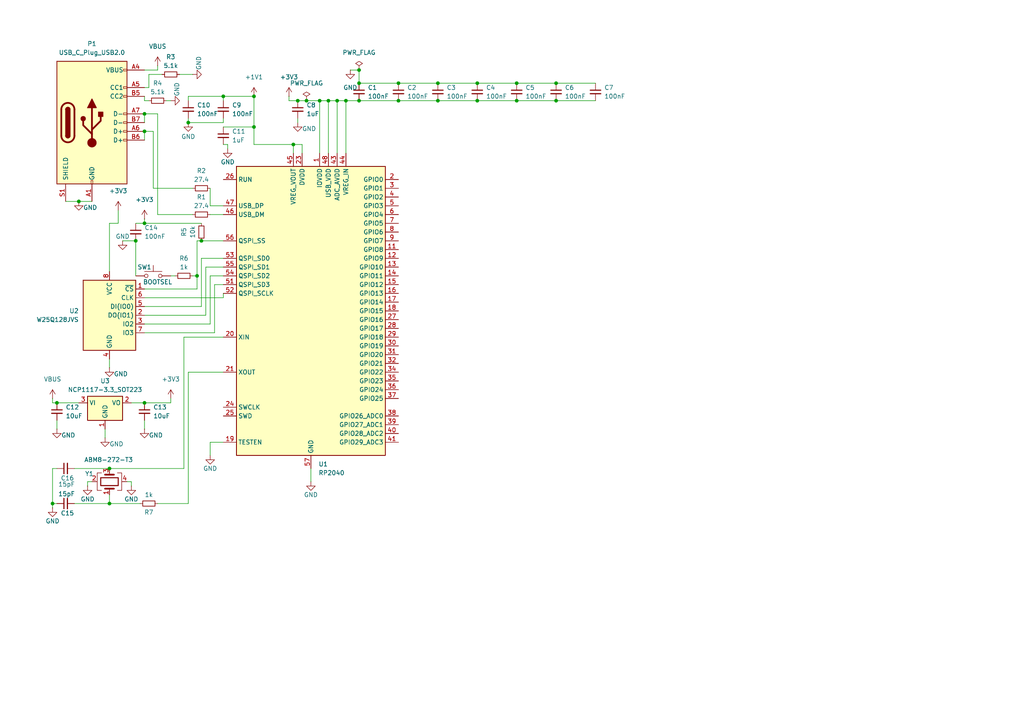
<source format=kicad_sch>
(kicad_sch (version 20231120) (generator "eeschema") (generator_version "8.0")
  (paper "A4")
  (lib_symbols
    (symbol "Connector:USB_C_Receptacle_USB2.0_14P" (pin_names (offset 1.016))
      (property "Reference" "J" (at 0 22.225 0))
      (property "Value" "USB_C_Receptacle_USB2.0_14P" (at 0 19.685 0))
      (symbol "USB_C_Receptacle_USB2.0_14P_0_0"
        (rectangle (start -0.254 -17.78) (end 0.254 -16.764))
        (rectangle (start 10.16 -4.826) (end 9.144 -5.334))
        (rectangle (start 10.16 -2.286) (end 9.144 -2.794))
        (rectangle (start 10.16 0.254) (end 9.144 -0.254))
        (rectangle (start 10.16 2.794) (end 9.144 2.286))
        (rectangle (start 10.16 7.874) (end 9.144 7.366))
        (rectangle (start 10.16 10.414) (end 9.144 9.906))
        (rectangle (start 10.16 15.494) (end 9.144 14.986))
      )
      (symbol "USB_C_Receptacle_USB2.0_14P_0_1"
        (rectangle (start -10.16 17.78) (end 10.16 -17.78) (stroke (width 0.254)) (fill (type background)))
        (arc (start -8.89 -3.81) (mid -6.985 -5.7067) (end -5.08 -3.81) (stroke (width 0.508)))
        (arc (start -7.62 -3.81) (mid -6.985 -4.4423) (end -6.35 -3.81) (stroke (width 0.254)))
        (arc (start -7.62 -3.81) (mid -6.985 -4.4423) (end -6.35 -3.81) (stroke (width 0.254)) (fill (type outline)))
        (rectangle (start -7.62 -3.81) (end -6.35 3.81) (stroke (width 0.254)) (fill (type outline)))
        (arc (start -6.35 3.81) (mid -6.985 4.4423) (end -7.62 3.81) (stroke (width 0.254)))
        (arc (start -6.35 3.81) (mid -6.985 4.4423) (end -7.62 3.81) (stroke (width 0.254)) (fill (type outline)))
        (arc (start -5.08 3.81) (mid -6.985 5.7067) (end -8.89 3.81) (stroke (width 0.508)))
        (circle (center -2.54 1.143) (radius 0.635) (stroke (width 0.254)) (fill (type outline)))
        (circle (center 0 -5.842) (radius 1.27) (fill (type outline)))
        (polyline (pts (xy -8.89 -3.81) (xy -8.89 3.81)) (stroke (width 0.508)))
        (polyline (pts (xy -5.08 3.81) (xy -5.08 -3.81)) (stroke (width 0.508)))
        (polyline (pts (xy 0 -5.842) (xy 0 4.318)) (stroke (width 0.508)))
        (polyline (pts (xy 0 -3.302) (xy -2.54 -0.762) (xy -2.54 0.508)) (stroke (width 0.508)))
        (polyline (pts (xy 0 -2.032) (xy 2.54 0.508) (xy 2.54 1.778)) (stroke (width 0.508)))
        (polyline (pts (xy -1.27 4.318) (xy 0 6.858) (xy 1.27 4.318) (xy -1.27 4.318)) (stroke (width 0.254)) (fill (type outline)))
        (rectangle (start 1.905 1.778) (end 3.175 3.048) (stroke (width 0.254)) (fill (type outline)))
      )
      (symbol "USB_C_Receptacle_USB2.0_14P_1_1"
        (pin passive line (at 0 -22.86 90) (length 5.08) (name "GND") (number "A1"))
        (pin passive line (at 0 -22.86 90) (length 5.08) hide (name "GND") (number "A12"))
        (pin passive line (at 15.24 15.24 180) (length 5.08) (name "VBUS") (number "A4"))
        (pin bidirectional line (at 15.24 10.16 180) (length 5.08) (name "CC1") (number "A5"))
        (pin bidirectional line (at 15.24 -2.54 180) (length 5.08) (name "D+") (number "A6"))
        (pin bidirectional line (at 15.24 2.54 180) (length 5.08) (name "D-") (number "A7"))
        (pin passive line (at 15.24 15.24 180) (length 5.08) hide (name "VBUS") (number "A9"))
        (pin passive line (at 0 -22.86 90) (length 5.08) hide (name "GND") (number "B1"))
        (pin passive line (at 0 -22.86 90) (length 5.08) hide (name "GND") (number "B12"))
        (pin passive line (at 15.24 15.24 180) (length 5.08) hide (name "VBUS") (number "B4"))
        (pin bidirectional line (at 15.24 7.62 180) (length 5.08) (name "CC2") (number "B5"))
        (pin bidirectional line (at 15.24 -5.08 180) (length 5.08) (name "D+") (number "B6"))
        (pin bidirectional line (at 15.24 0 180) (length 5.08) (name "D-") (number "B7"))
        (pin passive line (at 15.24 15.24 180) (length 5.08) hide (name "VBUS") (number "B9"))
        (pin passive line (at -7.62 -22.86 90) (length 5.08) (name "SHIELD") (number "S1"))
      )
    )
    (symbol "Device:C_Small" (pin_numbers hide) (pin_names (offset 0.254) hide)
      (property "Reference" "C" (at 0.254 1.778 0))
      (property "Value" "C_Small" (at 0.254 -2.032 0))
      (symbol "C_Small_0_1"
        (polyline (pts (xy -1.524 -0.508) (xy 1.524 -0.508)) (stroke (width 0.3302)))
        (polyline (pts (xy -1.524 0.508) (xy 1.524 0.508)) (stroke (width 0.3048)))
      )
      (symbol "C_Small_1_1"
        (pin passive line (at 0 2.54 270) (length 2.032) (name "~") (number "1"))
        (pin passive line (at 0 -2.54 90) (length 2.032) (name "~") (number "2"))
      )
    )
    (symbol "Device:Crystal_GND24" (pin_names (offset 1.016) hide)
      (property "Reference" "Y" (at 3.175 5.08 0))
      (property "Value" "Crystal_GND24" (at 3.175 3.175 0))
      (symbol "Crystal_GND24_0_1"
        (rectangle (start -1.143 2.54) (end 1.143 -2.54) (stroke (width 0.3048)))
        (polyline (pts (xy -2.54 0) (xy -2.032 0)))
        (polyline (pts (xy -2.032 -1.27) (xy -2.032 1.27)) (stroke (width 0.508)))
        (polyline (pts (xy 0 -3.81) (xy 0 -3.556)))
        (polyline (pts (xy 0 3.556) (xy 0 3.81)))
        (polyline (pts (xy 2.032 -1.27) (xy 2.032 1.27)) (stroke (width 0.508)))
        (polyline (pts (xy 2.032 0) (xy 2.54 0)))
        (polyline (pts (xy -2.54 -2.286) (xy -2.54 -3.556) (xy 2.54 -3.556) (xy 2.54 -2.286)))
        (polyline (pts (xy -2.54 2.286) (xy -2.54 3.556) (xy 2.54 3.556) (xy 2.54 2.286)))
      )
      (symbol "Crystal_GND24_1_1"
        (pin passive line (at -3.81 0 0) (length 1.27) (name "1") (number "1"))
        (pin passive line (at 0 5.08 270) (length 1.27) (name "2") (number "2"))
        (pin passive line (at 3.81 0 180) (length 1.27) (name "3") (number "3"))
        (pin passive line (at 0 -5.08 90) (length 1.27) (name "4") (number "4"))
      )
    )
    (symbol "Device:R_Small" (pin_numbers hide) (pin_names (offset 0.254) hide)
      (property "Reference" "R" (at 0.762 0.508 0))
      (property "Value" "R_Small" (at 0.762 -1.016 0))
      (symbol "R_Small_0_1"
        (rectangle (start -0.762 1.778) (end 0.762 -1.778) (stroke (width 0.2032)))
      )
      (symbol "R_Small_1_1"
        (pin passive line (at 0 2.54 270) (length 0.762) (name "~") (number "1"))
        (pin passive line (at 0 -2.54 90) (length 0.762) (name "~") (number "2"))
      )
    )
    (symbol "MCU_RaspberryPi:RP2040"
      (property "Reference" "U" (at 17.78 45.72 0))
      (property "Value" "RP2040" (at 17.78 43.18 0))
      (symbol "RP2040_0_1"
        (rectangle (start -21.59 41.91) (end 21.59 -41.91) (stroke (width 0.254)) (fill (type background)))
      )
      (symbol "RP2040_1_1"
        (pin power_in line (at 2.54 45.72 270) (length 3.81) (name "IOVDD") (number "1"))
        (pin passive line (at 2.54 45.72 270) (length 3.81) hide (name "IOVDD") (number "10"))
        (pin bidirectional line (at 25.4 17.78 180) (length 3.81) (name "GPIO8") (number "11"))
        (pin bidirectional line (at 25.4 15.24 180) (length 3.81) (name "GPIO9") (number "12"))
        (pin bidirectional line (at 25.4 12.7 180) (length 3.81) (name "GPIO10") (number "13"))
        (pin bidirectional line (at 25.4 10.16 180) (length 3.81) (name "GPIO11") (number "14"))
        (pin bidirectional line (at 25.4 7.62 180) (length 3.81) (name "GPIO12") (number "15"))
        (pin bidirectional line (at 25.4 5.08 180) (length 3.81) (name "GPIO13") (number "16"))
        (pin bidirectional line (at 25.4 2.54 180) (length 3.81) (name "GPIO14") (number "17"))
        (pin bidirectional line (at 25.4 0 180) (length 3.81) (name "GPIO15") (number "18"))
        (pin input line (at -25.4 -38.1 0) (length 3.81) (name "TESTEN") (number "19"))
        (pin bidirectional line (at 25.4 38.1 180) (length 3.81) (name "GPIO0") (number "2"))
        (pin input line (at -25.4 -7.62 0) (length 3.81) (name "XIN") (number "20"))
        (pin passive line (at -25.4 -17.78 0) (length 3.81) (name "XOUT") (number "21"))
        (pin passive line (at 2.54 45.72 270) (length 3.81) hide (name "IOVDD") (number "22"))
        (pin power_in line (at -2.54 45.72 270) (length 3.81) (name "DVDD") (number "23"))
        (pin input line (at -25.4 -27.94 0) (length 3.81) (name "SWCLK") (number "24"))
        (pin bidirectional line (at -25.4 -30.48 0) (length 3.81) (name "SWD") (number "25"))
        (pin input line (at -25.4 38.1 0) (length 3.81) (name "RUN") (number "26"))
        (pin bidirectional line (at 25.4 -2.54 180) (length 3.81) (name "GPIO16") (number "27"))
        (pin bidirectional line (at 25.4 -5.08 180) (length 3.81) (name "GPIO17") (number "28"))
        (pin bidirectional line (at 25.4 -7.62 180) (length 3.81) (name "GPIO18") (number "29"))
        (pin bidirectional line (at 25.4 35.56 180) (length 3.81) (name "GPIO1") (number "3"))
        (pin bidirectional line (at 25.4 -10.16 180) (length 3.81) (name "GPIO19") (number "30"))
        (pin bidirectional line (at 25.4 -12.7 180) (length 3.81) (name "GPIO20") (number "31"))
        (pin bidirectional line (at 25.4 -15.24 180) (length 3.81) (name "GPIO21") (number "32"))
        (pin passive line (at 2.54 45.72 270) (length 3.81) hide (name "IOVDD") (number "33"))
        (pin bidirectional line (at 25.4 -17.78 180) (length 3.81) (name "GPIO22") (number "34"))
        (pin bidirectional line (at 25.4 -20.32 180) (length 3.81) (name "GPIO23") (number "35"))
        (pin bidirectional line (at 25.4 -22.86 180) (length 3.81) (name "GPIO24") (number "36"))
        (pin bidirectional line (at 25.4 -25.4 180) (length 3.81) (name "GPIO25") (number "37"))
        (pin bidirectional line (at 25.4 -30.48 180) (length 3.81) (name "GPIO26_ADC0") (number "38"))
        (pin bidirectional line (at 25.4 -33.02 180) (length 3.81) (name "GPIO27_ADC1") (number "39"))
        (pin bidirectional line (at 25.4 33.02 180) (length 3.81) (name "GPIO2") (number "4"))
        (pin bidirectional line (at 25.4 -35.56 180) (length 3.81) (name "GPIO28_ADC2") (number "40"))
        (pin bidirectional line (at 25.4 -38.1 180) (length 3.81) (name "GPIO29_ADC3") (number "41"))
        (pin passive line (at 2.54 45.72 270) (length 3.81) hide (name "IOVDD") (number "42"))
        (pin power_in line (at 7.62 45.72 270) (length 3.81) (name "ADC_AVDD") (number "43"))
        (pin power_in line (at 10.16 45.72 270) (length 3.81) (name "VREG_IN") (number "44"))
        (pin power_out line (at -5.08 45.72 270) (length 3.81) (name "VREG_VOUT") (number "45"))
        (pin bidirectional line (at -25.4 27.94 0) (length 3.81) (name "USB_DM") (number "46"))
        (pin bidirectional line (at -25.4 30.48 0) (length 3.81) (name "USB_DP") (number "47"))
        (pin power_in line (at 5.08 45.72 270) (length 3.81) (name "USB_VDD") (number "48"))
        (pin passive line (at 2.54 45.72 270) (length 3.81) hide (name "IOVDD") (number "49"))
        (pin bidirectional line (at 25.4 30.48 180) (length 3.81) (name "GPIO3") (number "5"))
        (pin passive line (at -2.54 45.72 270) (length 3.81) hide (name "DVDD") (number "50"))
        (pin bidirectional line (at -25.4 7.62 0) (length 3.81) (name "QSPI_SD3") (number "51"))
        (pin output line (at -25.4 5.08 0) (length 3.81) (name "QSPI_SCLK") (number "52"))
        (pin bidirectional line (at -25.4 15.24 0) (length 3.81) (name "QSPI_SD0") (number "53"))
        (pin bidirectional line (at -25.4 10.16 0) (length 3.81) (name "QSPI_SD2") (number "54"))
        (pin bidirectional line (at -25.4 12.7 0) (length 3.81) (name "QSPI_SD1") (number "55"))
        (pin bidirectional line (at -25.4 20.32 0) (length 3.81) (name "QSPI_SS") (number "56"))
        (pin power_in line (at 0 -45.72 90) (length 3.81) (name "GND") (number "57"))
        (pin bidirectional line (at 25.4 27.94 180) (length 3.81) (name "GPIO4") (number "6"))
        (pin bidirectional line (at 25.4 25.4 180) (length 3.81) (name "GPIO5") (number "7"))
        (pin bidirectional line (at 25.4 22.86 180) (length 3.81) (name "GPIO6") (number "8"))
        (pin bidirectional line (at 25.4 20.32 180) (length 3.81) (name "GPIO7") (number "9"))
      )
    )
    (symbol "Memory_Flash:W25Q128JVS"
      (property "Reference" "U" (at -8.89 8.89 0))
      (property "Value" "W25Q128JVS" (at 7.62 8.89 0))
      (symbol "W25Q128JVS_0_1"
        (rectangle (start -7.62 10.16) (end 7.62 -10.16) (stroke (width 0.254)) (fill (type background)))
      )
      (symbol "W25Q128JVS_1_1"
        (pin input line (at -10.16 7.62 0) (length 2.54) (name "~{CS}") (number "1"))
        (pin bidirectional line (at -10.16 0 0) (length 2.54) (name "DO(IO1)") (number "2"))
        (pin bidirectional line (at -10.16 -2.54 0) (length 2.54) (name "IO2") (number "3"))
        (pin power_in line (at 0 -12.7 90) (length 2.54) (name "GND") (number "4"))
        (pin bidirectional line (at -10.16 2.54 0) (length 2.54) (name "DI(IO0)") (number "5"))
        (pin input line (at -10.16 5.08 0) (length 2.54) (name "CLK") (number "6"))
        (pin bidirectional line (at -10.16 -5.08 0) (length 2.54) (name "IO3") (number "7"))
        (pin power_in line (at 0 12.7 270) (length 2.54) (name "VCC") (number "8"))
      )
    )
    (symbol "Regulator_Linear:NCP1117-3.3_SOT223"
      (property "Reference" "U" (at -3.81 3.175 0))
      (property "Value" "NCP1117-3.3_SOT223" (at 0 3.175 0))
      (symbol "NCP1117-3.3_SOT223_0_1"
        (rectangle (start -5.08 -5.08) (end 5.08 1.905) (stroke (width 0.254)) (fill (type background)))
      )
      (symbol "NCP1117-3.3_SOT223_1_1"
        (pin power_in line (at 0 -7.62 90) (length 2.54) (name "GND") (number "1"))
        (pin power_out line (at 7.62 0 180) (length 2.54) (name "VO") (number "2"))
        (pin power_in line (at -7.62 0 0) (length 2.54) (name "VI") (number "3"))
      )
    )
    (symbol "Switch:SW_Push" (pin_numbers hide) (pin_names (offset 1.016) hide)
      (property "Reference" "SW" (at 1.27 2.54 0))
      (property "Value" "SW_Push" (at 0 -1.524 0))
      (symbol "SW_Push_0_1"
        (circle (center -2.032 0) (radius 0.508))
        (polyline (pts (xy 0 1.27) (xy 0 3.048)))
        (polyline (pts (xy 2.54 1.27) (xy -2.54 1.27)))
        (circle (center 2.032 0) (radius 0.508))
        (pin passive line (at -5.08 0 0) (length 2.54) (name "1") (number "1"))
        (pin passive line (at 5.08 0 180) (length 2.54) (name "2") (number "2"))
      )
    )
    (symbol "power:GND" (power) (pin_numbers hide) (pin_names (offset 0) hide)
      (property "Value" "GND" (at 0 -3.81 0))
      (symbol "GND_0_1"
        (polyline (pts (xy 0 0) (xy 0 -1.27) (xy 1.27 -1.27) (xy 0 -2.54) (xy -1.27 -1.27) (xy 0 -1.27)))
      )
      (symbol "GND_1_1"
        (pin power_in line (at 0 0 270) (length 0) (name "~") (number "1"))
      )
    )
    (symbol "power:PWR_FLAG" (power) (pin_numbers hide) (pin_names (offset 0) hide)
      (property "Value" "PWR_FLAG" (at 0 3.81 0))
      (symbol "PWR_FLAG_0_0"
        (pin power_out line (at 0 0 90) (length 0) (name "~") (number "1"))
      )
      (symbol "PWR_FLAG_0_1"
        (polyline (pts (xy 0 0) (xy 0 1.27) (xy -1.016 1.905) (xy 0 2.54) (xy 1.016 1.905) (xy 0 1.27)))
      )
    )
    (symbol "power:VCC" (power) (pin_numbers hide) (pin_names (offset 0) hide)
      (property "Value" "VCC" (at 0 3.556 0))
      (symbol "VCC_0_1"
        (polyline (pts (xy -0.762 1.27) (xy 0 2.54)))
        (polyline (pts (xy 0 0) (xy 0 2.54)))
        (polyline (pts (xy 0 2.54) (xy 0.762 1.27)))
      )
      (symbol "VCC_1_1"
        (pin power_in line (at 0 0 90) (length 0) (name "~") (number "1"))
      )
    )
  )
  (junction (at 31.75 146.05))
  (junction (at 127 24.13))
  (junction (at 97.79 29.21))
  (junction (at 41.91 116.84))
  (junction (at 149.86 24.13))
  (junction (at 138.43 29.21))
  (junction (at 104.14 24.13))
  (junction (at 73.66 27.94))
  (junction (at 54.61 35.56))
  (junction (at 41.91 33.02))
  (junction (at 41.91 64.77))
  (junction (at 31.75 135.89))
  (junction (at 16.51 116.84))
  (junction (at 73.66 36.83))
  (junction (at 92.71 29.21))
  (junction (at 149.86 29.21))
  (junction (at 22.86 58.42))
  (junction (at 88.9 29.21))
  (junction (at 39.37 69.85))
  (junction (at 64.77 27.94))
  (junction (at 86.36 29.21))
  (junction (at 104.14 20.32))
  (junction (at 104.14 29.21))
  (junction (at 161.29 24.13))
  (junction (at 138.43 24.13))
  (junction (at 115.57 29.21))
  (junction (at 15.24 146.05))
  (junction (at 85.09 41.91))
  (junction (at 100.33 29.21))
  (junction (at 58.42 69.85))
  (junction (at 57.15 80.01))
  (junction (at 95.25 29.21))
  (junction (at 127 29.21))
  (junction (at 161.29 29.21))
  (junction (at 115.57 24.13))
  (junction (at 41.91 38.1))
  (wire (pts (xy 15.24 115.57) (xy 15.24 116.84)))
  (wire (pts (xy 45.72 33.02) (xy 45.72 62.23)))
  (wire (pts (xy 62.23 82.55) (xy 64.77 82.55)))
  (wire (pts (xy 87.63 44.45) (xy 87.63 41.91)))
  (wire (pts (xy 87.63 41.91) (xy 85.09 41.91)))
  (wire (pts (xy 49.53 115.57) (xy 49.53 116.84)))
  (wire (pts (xy 52.07 21.59) (xy 55.88 21.59)))
  (wire (pts (xy 30.48 124.46) (xy 30.48 127)))
  (wire (pts (xy 25.4 140.97) (xy 25.4 139.7)))
  (wire (pts (xy 64.77 86.36) (xy 64.77 85.09)))
  (wire (pts (xy 64.77 128.27) (xy 60.96 128.27)))
  (wire (pts (xy 64.77 97.79) (xy 53.34 97.79)))
  (wire (pts (xy 59.69 77.47) (xy 64.77 77.47)))
  (wire (pts (xy 138.43 24.13) (xy 149.86 24.13)))
  (wire (pts (xy 138.43 29.21) (xy 149.86 29.21)))
  (wire (pts (xy 83.82 27.94) (xy 83.82 29.21)))
  (wire (pts (xy 60.96 93.98) (xy 60.96 80.01)))
  (wire (pts (xy 41.91 64.77) (xy 41.91 63.5)))
  (wire (pts (xy 115.57 29.21) (xy 127 29.21)))
  (wire (pts (xy 41.91 20.32) (xy 45.72 20.32)))
  (wire (pts (xy 64.77 36.83) (xy 73.66 36.83)))
  (wire (pts (xy 41.91 38.1) (xy 44.45 38.1)))
  (wire (pts (xy 59.69 91.44) (xy 59.69 77.47)))
  (wire (pts (xy 85.09 41.91) (xy 73.66 41.91)))
  (wire (pts (xy 39.37 69.85) (xy 39.37 80.01)))
  (wire (pts (xy 86.36 29.21) (xy 88.9 29.21)))
  (wire (pts (xy 35.56 69.85) (xy 39.37 69.85)))
  (wire (pts (xy 45.72 146.05) (xy 54.61 146.05)))
  (wire (pts (xy 100.33 29.21) (xy 100.33 44.45)))
  (wire (pts (xy 41.91 88.9) (xy 58.42 88.9)))
  (wire (pts (xy 43.18 29.21) (xy 41.91 29.21)))
  (wire (pts (xy 60.96 62.23) (xy 64.77 62.23)))
  (wire (pts (xy 104.14 24.13) (xy 104.14 20.32)))
  (wire (pts (xy 31.75 64.77) (xy 34.29 64.77)))
  (wire (pts (xy 54.61 146.05) (xy 54.61 107.95)))
  (wire (pts (xy 41.91 121.92) (xy 41.91 124.46)))
  (wire (pts (xy 100.33 29.21) (xy 97.79 29.21)))
  (wire (pts (xy 41.91 91.44) (xy 59.69 91.44)))
  (wire (pts (xy 41.91 93.98) (xy 60.96 93.98)))
  (wire (pts (xy 64.77 34.29) (xy 64.77 35.56)))
  (wire (pts (xy 64.77 35.56) (xy 54.61 35.56)))
  (wire (pts (xy 66.04 41.91) (xy 66.04 43.18)))
  (wire (pts (xy 66.04 41.91) (xy 64.77 41.91)))
  (wire (pts (xy 92.71 29.21) (xy 95.25 29.21)))
  (wire (pts (xy 44.45 54.61) (xy 55.88 54.61)))
  (wire (pts (xy 58.42 88.9) (xy 58.42 74.93)))
  (wire (pts (xy 104.14 24.13) (xy 115.57 24.13)))
  (wire (pts (xy 31.75 64.77) (xy 31.75 78.74)))
  (wire (pts (xy 54.61 27.94) (xy 54.61 29.21)))
  (wire (pts (xy 73.66 41.91) (xy 73.66 36.83)))
  (wire (pts (xy 16.51 121.92) (xy 16.51 124.46)))
  (wire (pts (xy 64.77 27.94) (xy 54.61 27.94)))
  (wire (pts (xy 97.79 29.21) (xy 95.25 29.21)))
  (wire (pts (xy 43.18 25.4) (xy 41.91 25.4)))
  (wire (pts (xy 58.42 69.85) (xy 64.77 69.85)))
  (wire (pts (xy 38.1 140.97) (xy 38.1 139.7)))
  (wire (pts (xy 54.61 107.95) (xy 64.77 107.95)))
  (wire (pts (xy 41.91 83.82) (xy 57.15 83.82)))
  (wire (pts (xy 73.66 36.83) (xy 73.66 27.94)))
  (wire (pts (xy 55.88 80.01) (xy 57.15 80.01)))
  (wire (pts (xy 16.51 135.89) (xy 15.24 135.89)))
  (wire (pts (xy 41.91 116.84) (xy 49.53 116.84)))
  (wire (pts (xy 83.82 29.21) (xy 86.36 29.21)))
  (wire (pts (xy 58.42 74.93) (xy 64.77 74.93)))
  (wire (pts (xy 41.91 38.1) (xy 41.91 40.64)))
  (wire (pts (xy 60.96 80.01) (xy 64.77 80.01)))
  (wire (pts (xy 45.72 20.32) (xy 45.72 19.05)))
  (wire (pts (xy 100.33 29.21) (xy 104.14 29.21)))
  (wire (pts (xy 31.75 146.05) (xy 31.75 143.51)))
  (wire (pts (xy 64.77 27.94) (xy 64.77 29.21)))
  (wire (pts (xy 41.91 96.52) (xy 62.23 96.52)))
  (wire (pts (xy 31.75 146.05) (xy 40.64 146.05)))
  (wire (pts (xy 49.53 80.01) (xy 50.8 80.01)))
  (wire (pts (xy 21.59 146.05) (xy 31.75 146.05)))
  (wire (pts (xy 15.24 116.84) (xy 16.51 116.84)))
  (wire (pts (xy 25.4 139.7) (xy 26.67 139.7)))
  (wire (pts (xy 104.14 29.21) (xy 115.57 29.21)))
  (wire (pts (xy 41.91 33.02) (xy 41.91 35.56)))
  (wire (pts (xy 92.71 29.21) (xy 92.71 44.45)))
  (wire (pts (xy 16.51 116.84) (xy 22.86 116.84)))
  (wire (pts (xy 43.18 21.59) (xy 46.99 21.59)))
  (wire (pts (xy 58.42 64.77) (xy 41.91 64.77)))
  (wire (pts (xy 161.29 24.13) (xy 172.72 24.13)))
  (wire (pts (xy 41.91 86.36) (xy 64.77 86.36)))
  (wire (pts (xy 44.45 38.1) (xy 44.45 54.61)))
  (wire (pts (xy 19.05 58.42) (xy 22.86 58.42)))
  (wire (pts (xy 34.29 64.77) (xy 34.29 60.96)))
  (wire (pts (xy 57.15 80.01) (xy 57.15 83.82)))
  (wire (pts (xy 85.09 41.91) (xy 85.09 44.45)))
  (wire (pts (xy 115.57 24.13) (xy 127 24.13)))
  (wire (pts (xy 95.25 29.21) (xy 95.25 44.45)))
  (wire (pts (xy 41.91 29.21) (xy 41.91 27.94)))
  (wire (pts (xy 41.91 33.02) (xy 45.72 33.02)))
  (wire (pts (xy 15.24 146.05) (xy 16.51 146.05)))
  (wire (pts (xy 101.6 20.32) (xy 104.14 20.32)))
  (wire (pts (xy 90.17 135.89) (xy 90.17 139.7)))
  (wire (pts (xy 97.79 29.21) (xy 97.79 44.45)))
  (wire (pts (xy 53.34 97.79) (xy 53.34 135.89)))
  (wire (pts (xy 88.9 29.21) (xy 92.71 29.21)))
  (wire (pts (xy 48.26 29.21) (xy 49.53 29.21)))
  (wire (pts (xy 149.86 29.21) (xy 161.29 29.21)))
  (wire (pts (xy 86.36 34.29) (xy 86.36 35.56)))
  (wire (pts (xy 57.15 69.85) (xy 57.15 80.01)))
  (wire (pts (xy 31.75 104.14) (xy 31.75 106.68)))
  (wire (pts (xy 21.59 135.89) (xy 31.75 135.89)))
  (wire (pts (xy 45.72 62.23) (xy 55.88 62.23)))
  (wire (pts (xy 15.24 135.89) (xy 15.24 146.05)))
  (wire (pts (xy 53.34 135.89) (xy 31.75 135.89)))
  (wire (pts (xy 57.15 69.85) (xy 58.42 69.85)))
  (wire (pts (xy 54.61 35.56) (xy 54.61 34.29)))
  (wire (pts (xy 60.96 59.69) (xy 60.96 54.61)))
  (wire (pts (xy 161.29 29.21) (xy 172.72 29.21)))
  (wire (pts (xy 73.66 27.94) (xy 64.77 27.94)))
  (wire (pts (xy 127 24.13) (xy 138.43 24.13)))
  (wire (pts (xy 38.1 116.84) (xy 41.91 116.84)))
  (wire (pts (xy 60.96 128.27) (xy 60.96 132.08)))
  (wire (pts (xy 149.86 24.13) (xy 161.29 24.13)))
  (wire (pts (xy 38.1 139.7) (xy 36.83 139.7)))
  (wire (pts (xy 15.24 147.32) (xy 15.24 146.05)))
  (wire (pts (xy 64.77 59.69) (xy 60.96 59.69)))
  (wire (pts (xy 43.18 21.59) (xy 43.18 25.4)))
  (wire (pts (xy 39.37 64.77) (xy 41.91 64.77)))
  (wire (pts (xy 22.86 58.42) (xy 26.67 58.42)))
  (wire (pts (xy 62.23 96.52) (xy 62.23 82.55)))
  (wire (pts (xy 127 29.21) (xy 138.43 29.21)))
  (symbol (lib_id "Device:C_Small") (at 161.29 26.67 0) (unit 1)
    (property "Reference" "C6" (at 163.83 25.4062 0) (effects (justify left)))
    (property "Value" "100nF" (at 163.83 27.9462 0) (effects (justify left)))
    (property "Footprint" "Capacitor_SMD:C_0402_1005Metric" (effects (hide yes)))
    (property "Description" "Unpolarized capacitor, small symbol" (effects (hide yes)))
  )
  (symbol (lib_id "Device:R_Small") (at 58.42 67.31 180) (unit 1)
    (property "Reference" "R5" (at 53.34 67.31 90))
    (property "Value" "10k" (at 55.88 67.31 90))
    (property "Footprint" "Resistor_SMD:R_0402_1005Metric" (effects (hide yes)))
    (property "Description" "Resistor, small symbol" (effects (hide yes)))
  )
  (symbol (lib_id "Device:R_Small") (at 43.18 146.05 90) (unit 1)
    (property "Reference" "R7" (at 43.18 148.59 90))
    (property "Value" "1k" (at 43.18 143.51 90))
    (property "Footprint" "Resistor_SMD:R_0402_1005Metric" (effects (hide yes)))
    (property "Description" "Resistor, small symbol" (effects (hide yes)))
  )
  (symbol (lib_id "power:GND") (at 30.48 127 0) (unit 1)
    (property "Reference" "#PWR016" (effects (hide yes)))
    (property "Value" "GND" (at 33.782 128.778 0))
    (property "Description" "Power symbol creates a global label with name \"GND\" , ground" (effects (hide yes)))
  )
  (symbol (lib_id "Device:C_Small") (at 172.72 26.67 0) (unit 1)
    (property "Reference" "C7" (at 175.26 25.4062 0) (effects (justify left)))
    (property "Value" "100nF" (at 175.26 27.9462 0) (effects (justify left)))
    (property "Footprint" "Capacitor_SMD:C_0402_1005Metric" (effects (hide yes)))
    (property "Description" "Unpolarized capacitor, small symbol" (effects (hide yes)))
  )
  (symbol (lib_id "power:GND") (at 31.75 106.68 0) (unit 1)
    (property "Reference" "#PWR08" (effects (hide yes)))
    (property "Value" "GND" (at 35.052 108.458 0))
    (property "Description" "Power symbol creates a global label with name \"GND\" , ground" (effects (hide yes)))
  )
  (symbol (lib_id "power:PWR_FLAG") (at 104.14 20.32 0) (unit 1)
    (property "Reference" "#FLG01" (effects (hide yes)))
    (property "Value" "PWR_FLAG" (at 104.14 15.24 0))
    (property "Description" "Special symbol for telling ERC where power comes from" (effects (hide yes)))
  )
  (symbol (lib_id "Device:C_Small") (at 64.77 39.37 0) (unit 1)
    (property "Reference" "C11" (at 67.31 38.1062 0) (effects (justify left)))
    (property "Value" "1uF" (at 67.31 40.6462 0) (effects (justify left)))
    (property "Footprint" "Capacitor_SMD:C_0402_1005Metric" (effects (hide yes)))
    (property "Description" "Unpolarized capacitor, small symbol" (effects (hide yes)))
  )
  (symbol (lib_id "power:VCC") (at 45.72 19.05 0) (unit 1)
    (property "Reference" "#PWR011" (effects (hide yes)))
    (property "Value" "VBUS" (at 45.72 13.462 0))
    (property "Description" "Power symbol creates a global label with name \"VCC\"" (effects (hide yes)))
  )
  (symbol (lib_id "power:VCC") (at 15.24 115.57 0) (unit 1)
    (property "Reference" "#PWR015" (effects (hide yes)))
    (property "Value" "VBUS" (at 15.24 109.982 0))
    (property "Description" "Power symbol creates a global label with name \"VCC\"" (effects (hide yes)))
  )
  (symbol (lib_id "power:PWR_FLAG") (at 88.9 29.21 0) (unit 1)
    (property "Reference" "#FLG02" (effects (hide yes)))
    (property "Value" "PWR_FLAG" (at 88.9 24.13 0))
    (property "Description" "Special symbol for telling ERC where power comes from" (effects (hide yes)))
  )
  (symbol (lib_id "power:GND") (at 66.04 43.18 0) (unit 1)
    (property "Reference" "#PWR06" (effects (hide yes)))
    (property "Value" "GND" (at 66.04 46.99 0))
    (property "Description" "Power symbol creates a global label with name \"GND\" , ground" (effects (hide yes)))
  )
  (symbol (lib_id "power:GND") (at 86.36 35.56 0) (unit 1)
    (property "Reference" "#PWR03" (effects (hide yes)))
    (property "Value" "GND" (at 89.662 37.338 0))
    (property "Description" "Power symbol creates a global label with name \"GND\" , ground" (effects (hide yes)))
  )
  (symbol (lib_id "power:GND") (at 60.96 132.08 0) (unit 1)
    (property "Reference" "#PWR09" (effects (hide yes)))
    (property "Value" "GND" (at 60.96 135.89 0))
    (property "Description" "Power symbol creates a global label with name \"GND\" , ground" (effects (hide yes)))
  )
  (symbol (lib_id "Memory_Flash:W25Q128JVS") (at 31.75 91.44 0) (mirror y) (unit 1)
    (property "Reference" "U2" (at 22.86 90.1699 0) (effects (justify left)))
    (property "Value" "W25Q128JVS" (at 22.86 92.7099 0) (effects (justify left)))
    (property "Footprint" "Package_SO:SOIC-8_5.23x5.23mm_P1.27mm" (effects (hide yes)))
    (property "Datasheet" "http://www.winbond.com/resource-files/w25q128jv_dtr%20revc%2003272018%20plus.pdf" (effects (hide yes)))
    (property "Description" "128Mb Serial Flash Memory, Standard/Dual/Quad SPI, SOIC-8" (effects (hide yes)))
  )
  (symbol (lib_id "power:GND") (at 90.17 139.7 0) (unit 1)
    (property "Reference" "#PWR010" (effects (hide yes)))
    (property "Value" "GND" (at 90.17 143.51 0))
    (property "Description" "Power symbol creates a global label with name \"GND\" , ground" (effects (hide yes)))
  )
  (symbol (lib_id "Device:C_Small") (at 41.91 119.38 0) (unit 1)
    (property "Reference" "C13" (at 44.45 118.1162 0) (effects (justify left)))
    (property "Value" "10uF" (at 44.45 120.6562 0) (effects (justify left)))
    (property "Footprint" "Capacitor_SMD:C_0402_1005Metric" (effects (hide yes)))
    (property "Description" "Unpolarized capacitor, small symbol" (effects (hide yes)))
  )
  (symbol (lib_id "Device:C_Small") (at 19.05 135.89 90) (unit 1)
    (property "Reference" "C16" (at 19.558 138.684 90))
    (property "Value" "15pF" (at 19.304 140.462 90))
    (property "Footprint" "Capacitor_SMD:C_0402_1005Metric" (effects (hide yes)))
    (property "Description" "Unpolarized capacitor, small symbol" (effects (hide yes)))
  )
  (symbol (lib_id "Connector:USB_C_Receptacle_USB2.0_14P") (at 26.67 35.56 0) (unit 1)
    (property "Reference" "P1" (at 26.67 12.7 0))
    (property "Value" "USB_C_Plug_USB2.0" (at 26.67 15.24 0))
    (property "Footprint" "Connector_USB:USB_C_Receptacle_G-Switch_GT-USB-7010ASV" (effects (hide yes)))
    (property "Datasheet" "https://www.usb.org/sites/default/files/documents/usb_type-c.zip" (effects (hide yes)))
    (property "Description" "USB 2.0-only 14P Type-C Receptacle connector" (effects (hide yes)))
  )
  (symbol (lib_id "power:GND") (at 15.24 147.32 0) (unit 1)
    (property "Reference" "#PWR024" (effects (hide yes)))
    (property "Value" "GND" (at 15.24 151.13 0))
    (property "Description" "Power symbol creates a global label with name \"GND\" , ground" (effects (hide yes)))
  )
  (symbol (lib_id "Device:C_Small") (at 86.36 31.75 0) (unit 1)
    (property "Reference" "C8" (at 88.9 30.4862 0) (effects (justify left)))
    (property "Value" "1uF" (at 88.9 33.0262 0) (effects (justify left)))
    (property "Footprint" "Capacitor_SMD:C_0402_1005Metric" (effects (hide yes)))
    (property "Description" "Unpolarized capacitor, small symbol" (effects (hide yes)))
  )
  (symbol (lib_id "Device:C_Small") (at 16.51 119.38 0) (unit 1)
    (property "Reference" "C12" (at 19.05 118.1162 0) (effects (justify left)))
    (property "Value" "10uF" (at 19.05 120.6562 0) (effects (justify left)))
    (property "Footprint" "Capacitor_SMD:C_0402_1005Metric" (effects (hide yes)))
    (property "Description" "Unpolarized capacitor, small symbol" (effects (hide yes)))
  )
  (symbol (lib_id "MCU_RaspberryPi:RP2040") (at 90.17 90.17 0) (unit 1)
    (property "Reference" "U1" (at 92.3641 134.62 0) (effects (justify left)))
    (property "Value" "RP2040" (at 92.3641 137.16 0) (effects (justify left)))
    (property "Footprint" "Package_DFN_QFN:QFN-56-1EP_7x7mm_P0.4mm_EP3.2x3.2mm" (effects (hide yes)))
    (property "Datasheet" "https://datasheets.raspberrypi.com/rp2040/rp2040-datasheet.pdf" (effects (hide yes)))
    (property "Description" "A microcontroller by Raspberry Pi" (effects (hide yes)))
  )
  (symbol (lib_id "Device:R_Small") (at 58.42 54.61 90) (unit 1)
    (property "Reference" "R2" (at 58.42 49.53 90))
    (property "Value" "27.4" (at 58.42 52.07 90))
    (property "Footprint" "Resistor_SMD:R_0402_1005Metric" (effects (hide yes)))
    (property "Description" "Resistor, small symbol" (effects (hide yes)))
  )
  (symbol (lib_id "Device:R_Small") (at 53.34 80.01 90) (unit 1)
    (property "Reference" "R6" (at 53.34 74.93 90))
    (property "Value" "1k" (at 53.34 77.47 90))
    (property "Footprint" "Resistor_SMD:R_0402_1005Metric" (effects (hide yes)))
    (property "Description" "Resistor, small symbol" (effects (hide yes)))
  )
  (symbol (lib_id "power:GND") (at 25.4 140.97 0) (unit 1)
    (property "Reference" "#PWR023" (effects (hide yes)))
    (property "Value" "GND" (at 25.4 144.78 0))
    (property "Description" "Power symbol creates a global label with name \"GND\" , ground" (effects (hide yes)))
  )
  (symbol (lib_id "Switch:SW_Push") (at 44.45 80.01 0) (unit 1)
    (property "Reference" "SW1" (at 41.91 77.47 0))
    (property "Value" "BOOTSEL" (at 45.72 81.788 0))
    (property "Footprint" "Button_Switch_SMD:SW_Push_SPST_NO_Alps_SKRK" (effects (hide yes)))
    (property "Description" "Push button switch, generic, two pins" (effects (hide yes)))
  )
  (symbol (lib_id "Device:R_Small") (at 45.72 29.21 90) (unit 1)
    (property "Reference" "R4" (at 45.72 24.13 90))
    (property "Value" "5.1k" (at 45.72 26.67 90))
    (property "Footprint" "Resistor_SMD:R_0402_1005Metric" (effects (hide yes)))
    (property "Description" "Resistor, small symbol" (effects (hide yes)))
  )
  (symbol (lib_id "power:VCC") (at 41.91 63.5 0) (unit 1)
    (property "Reference" "#PWR020" (effects (hide yes)))
    (property "Value" "+3V3" (at 41.91 57.912 0))
    (property "Description" "Power symbol creates a global label with name \"VCC\"" (effects (hide yes)))
  )
  (symbol (lib_id "Device:Crystal_GND24") (at 31.75 139.7 90) (unit 1)
    (property "Reference" "Y1" (at 25.908 137.414 90))
    (property "Value" "ABM8-272-T3" (at 31.496 133.35 90))
    (property "Footprint" "personal:ABM8-272-T3_ABR" (effects (hide yes)))
    (property "Description" "Four pin crystal, GND on pins 2 and 4" (effects (hide yes)))
  )
  (symbol (lib_id "power:GND") (at 55.88 21.59 90) (unit 1)
    (property "Reference" "#PWR013" (effects (hide yes)))
    (property "Value" "GND" (at 57.658 18.288 0))
    (property "Description" "Power symbol creates a global label with name \"GND\" , ground" (effects (hide yes)))
  )
  (symbol (lib_id "power:GND") (at 54.61 35.56 0) (unit 1)
    (property "Reference" "#PWR05" (effects (hide yes)))
    (property "Value" "GND" (at 54.61 39.624 0))
    (property "Description" "Power symbol creates a global label with name \"GND\" , ground" (effects (hide yes)))
  )
  (symbol (lib_id "power:VCC") (at 83.82 27.94 0) (unit 1)
    (property "Reference" "#PWR02" (effects (hide yes)))
    (property "Value" "+3V3" (at 83.82 22.352 0))
    (property "Description" "Power symbol creates a global label with name \"VCC\"" (effects (hide yes)))
  )
  (symbol (lib_id "Device:R_Small") (at 49.53 21.59 90) (unit 1)
    (property "Reference" "R3" (at 49.53 16.51 90))
    (property "Value" "5.1k" (at 49.53 19.05 90))
    (property "Footprint" "Resistor_SMD:R_0402_1005Metric" (effects (hide yes)))
    (property "Description" "Resistor, small symbol" (effects (hide yes)))
  )
  (symbol (lib_id "Device:C_Small") (at 104.14 26.67 0) (unit 1)
    (property "Reference" "C1" (at 106.68 25.4062 0) (effects (justify left)))
    (property "Value" "100nF" (at 106.68 27.9462 0) (effects (justify left)))
    (property "Footprint" "Capacitor_SMD:C_0402_1005Metric" (effects (hide yes)))
    (property "Description" "Unpolarized capacitor, small symbol" (effects (hide yes)))
  )
  (symbol (lib_id "power:GND") (at 38.1 140.97 0) (unit 1)
    (property "Reference" "#PWR022" (effects (hide yes)))
    (property "Value" "GND" (at 38.1 144.78 0))
    (property "Description" "Power symbol creates a global label with name \"GND\" , ground" (effects (hide yes)))
  )
  (symbol (lib_id "power:GND") (at 101.6 20.32 0) (unit 1)
    (property "Reference" "#PWR01" (effects (hide yes)))
    (property "Value" "GND" (at 101.6 25.4 0))
    (property "Description" "Power symbol creates a global label with name \"GND\" , ground" (effects (hide yes)))
  )
  (symbol (lib_id "power:VCC") (at 73.66 27.94 0) (unit 1)
    (property "Reference" "#PWR04" (effects (hide yes)))
    (property "Value" "+1V1" (at 73.66 22.352 0))
    (property "Description" "Power symbol creates a global label with name \"VCC\"" (effects (hide yes)))
  )
  (symbol (lib_id "Device:C_Small") (at 64.77 31.75 0) (unit 1)
    (property "Reference" "C9" (at 67.31 30.4862 0) (effects (justify left)))
    (property "Value" "100nF" (at 67.31 33.0262 0) (effects (justify left)))
    (property "Footprint" "Capacitor_SMD:C_0402_1005Metric" (effects (hide yes)))
    (property "Description" "Unpolarized capacitor, small symbol" (effects (hide yes)))
  )
  (symbol (lib_id "Device:C_Small") (at 54.61 31.75 0) (unit 1)
    (property "Reference" "C10" (at 57.15 30.4862 0) (effects (justify left)))
    (property "Value" "100nF" (at 57.15 33.0262 0) (effects (justify left)))
    (property "Footprint" "Capacitor_SMD:C_0402_1005Metric" (effects (hide yes)))
    (property "Description" "Unpolarized capacitor, small symbol" (effects (hide yes)))
  )
  (symbol (lib_id "Device:C_Small") (at 19.05 146.05 90) (unit 1)
    (property "Reference" "C15" (at 19.558 148.844 90))
    (property "Value" "15pF" (at 19.304 143.256 90))
    (property "Footprint" "Capacitor_SMD:C_0402_1005Metric" (effects (hide yes)))
    (property "Description" "Unpolarized capacitor, small symbol" (effects (hide yes)))
  )
  (symbol (lib_id "Device:C_Small") (at 138.43 26.67 0) (unit 1)
    (property "Reference" "C4" (at 140.97 25.4062 0) (effects (justify left)))
    (property "Value" "100nF" (at 140.97 27.9462 0) (effects (justify left)))
    (property "Footprint" "Capacitor_SMD:C_0402_1005Metric" (effects (hide yes)))
    (property "Description" "Unpolarized capacitor, small symbol" (effects (hide yes)))
  )
  (symbol (lib_id "power:VCC") (at 34.29 60.96 0) (unit 1)
    (property "Reference" "#PWR07" (effects (hide yes)))
    (property "Value" "+3V3" (at 34.29 55.372 0))
    (property "Description" "Power symbol creates a global label with name \"VCC\"" (effects (hide yes)))
  )
  (symbol (lib_id "Device:C_Small") (at 127 26.67 0) (unit 1)
    (property "Reference" "C3" (at 129.54 25.4062 0) (effects (justify left)))
    (property "Value" "100nF" (at 129.54 27.9462 0) (effects (justify left)))
    (property "Footprint" "Capacitor_SMD:C_0402_1005Metric" (effects (hide yes)))
    (property "Description" "Unpolarized capacitor, small symbol" (effects (hide yes)))
  )
  (symbol (lib_id "power:GND") (at 16.51 124.46 0) (unit 1)
    (property "Reference" "#PWR017" (effects (hide yes)))
    (property "Value" "GND" (at 19.812 126.238 0))
    (property "Description" "Power symbol creates a global label with name \"GND\" , ground" (effects (hide yes)))
  )
  (symbol (lib_id "power:GND") (at 35.56 69.85 0) (unit 1)
    (property "Reference" "#PWR021" (effects (hide yes)))
    (property "Value" "GND" (at 35.56 68.58 0))
    (property "Description" "Power symbol creates a global label with name \"GND\" , ground" (effects (hide yes)))
  )
  (symbol (lib_id "Device:R_Small") (at 58.42 62.23 90) (unit 1)
    (property "Reference" "R1" (at 58.42 57.15 90))
    (property "Value" "27.4" (at 58.42 59.69 90))
    (property "Footprint" "Resistor_SMD:R_0402_1005Metric" (effects (hide yes)))
    (property "Description" "Resistor, small symbol" (effects (hide yes)))
  )
  (symbol (lib_id "Device:C_Small") (at 115.57 26.67 0) (unit 1)
    (property "Reference" "C2" (at 118.11 25.4062 0) (effects (justify left)))
    (property "Value" "100nF" (at 118.11 27.9462 0) (effects (justify left)))
    (property "Footprint" "Capacitor_SMD:C_0402_1005Metric" (effects (hide yes)))
    (property "Description" "Unpolarized capacitor, small symbol" (effects (hide yes)))
  )
  (symbol (lib_id "power:VCC") (at 49.53 115.57 0) (unit 1)
    (property "Reference" "#PWR019" (effects (hide yes)))
    (property "Value" "+3V3" (at 49.53 109.982 0))
    (property "Description" "Power symbol creates a global label with name \"VCC\"" (effects (hide yes)))
  )
  (symbol (lib_id "Device:C_Small") (at 149.86 26.67 0) (unit 1)
    (property "Reference" "C5" (at 152.4 25.4062 0) (effects (justify left)))
    (property "Value" "100nF" (at 152.4 27.9462 0) (effects (justify left)))
    (property "Footprint" "Capacitor_SMD:C_0402_1005Metric" (effects (hide yes)))
    (property "Description" "Unpolarized capacitor, small symbol" (effects (hide yes)))
  )
  (symbol (lib_id "power:GND") (at 49.53 29.21 90) (unit 1)
    (property "Reference" "#PWR014" (effects (hide yes)))
    (property "Value" "GND" (at 51.308 25.908 0))
    (property "Description" "Power symbol creates a global label with name \"GND\" , ground" (effects (hide yes)))
  )
  (symbol (lib_id "power:GND") (at 22.86 58.42 0) (unit 1)
    (property "Reference" "#PWR012" (effects (hide yes)))
    (property "Value" "GND" (at 26.162 60.198 0))
    (property "Description" "Power symbol creates a global label with name \"GND\" , ground" (effects (hide yes)))
  )
  (symbol (lib_id "Regulator_Linear:NCP1117-3.3_SOT223") (at 30.48 116.84 0) (unit 1)
    (property "Reference" "U3" (at 30.48 110.49 0))
    (property "Value" "NCP1117-3.3_SOT223" (at 30.48 113.03 0))
    (property "Footprint" "Package_TO_SOT_SMD:SOT-223-3_TabPin2" (effects (hide yes)))
    (property "Datasheet" "http://www.onsemi.com/pub_link/Collateral/NCP1117-D.PDF" (effects (hide yes)))
    (property "Description" "1A Low drop-out regulator, Fixed Output 3.3V, SOT-223" (effects (hide yes)))
  )
  (symbol (lib_id "power:GND") (at 41.91 124.46 0) (unit 1)
    (property "Reference" "#PWR018" (effects (hide yes)))
    (property "Value" "GND" (at 45.212 126.238 0))
    (property "Description" "Power symbol creates a global label with name \"GND\" , ground" (effects (hide yes)))
  )
  (symbol (lib_id "Device:C_Small") (at 39.37 67.31 0) (unit 1)
    (property "Reference" "C14" (at 41.91 66.0462 0) (effects (justify left)))
    (property "Value" "100nF" (at 41.91 68.5862 0) (effects (justify left)))
    (property "Footprint" "Capacitor_SMD:C_0402_1005Metric" (effects (hide yes)))
    (property "Description" "Unpolarized capacitor, small symbol" (effects (hide yes)))
  )
)
</source>
